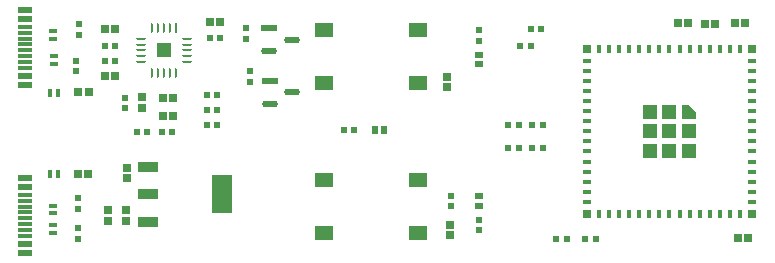
<source format=gtp>
G04*
G04 #@! TF.GenerationSoftware,Altium Limited,Altium Designer,24.9.1 (31)*
G04*
G04 Layer_Color=8421504*
%FSLAX25Y25*%
%MOIN*%
G70*
G04*
G04 #@! TF.SameCoordinates,0C4B9269-15E2-45E3-B218-B4FFBFC8B41E*
G04*
G04*
G04 #@! TF.FilePolarity,Positive*
G04*
G01*
G75*
%ADD17R,0.05105X0.05105*%
%ADD18R,0.04724X0.04724*%
%ADD19R,0.03150X0.01575*%
%ADD20R,0.01575X0.03150*%
%ADD21R,0.03150X0.03150*%
%ADD22R,0.06102X0.05118*%
G04:AMPARAMS|DCode=23|XSize=53.43mil|YSize=22.53mil|CornerRadius=11.26mil|HoleSize=0mil|Usage=FLASHONLY|Rotation=0.000|XOffset=0mil|YOffset=0mil|HoleType=Round|Shape=RoundedRectangle|*
%AMROUNDEDRECTD23*
21,1,0.05343,0.00000,0,0,0.0*
21,1,0.03091,0.02253,0,0,0.0*
1,1,0.02253,0.01545,0.00000*
1,1,0.02253,-0.01545,0.00000*
1,1,0.02253,-0.01545,0.00000*
1,1,0.02253,0.01545,0.00000*
%
%ADD23ROUNDEDRECTD23*%
%ADD24R,0.05343X0.02253*%
%ADD25R,0.04528X0.02362*%
%ADD26R,0.04528X0.01181*%
%ADD27R,0.00955X0.03306*%
G04:AMPARAMS|DCode=28|XSize=33.06mil|YSize=9.55mil|CornerRadius=4.77mil|HoleSize=0mil|Usage=FLASHONLY|Rotation=270.000|XOffset=0mil|YOffset=0mil|HoleType=Round|Shape=RoundedRectangle|*
%AMROUNDEDRECTD28*
21,1,0.03306,0.00000,0,0,270.0*
21,1,0.02351,0.00955,0,0,270.0*
1,1,0.00955,0.00000,-0.01176*
1,1,0.00955,0.00000,0.01176*
1,1,0.00955,0.00000,0.01176*
1,1,0.00955,0.00000,-0.01176*
%
%ADD28ROUNDEDRECTD28*%
G04:AMPARAMS|DCode=29|XSize=9.55mil|YSize=33.06mil|CornerRadius=4.77mil|HoleSize=0mil|Usage=FLASHONLY|Rotation=270.000|XOffset=0mil|YOffset=0mil|HoleType=Round|Shape=RoundedRectangle|*
%AMROUNDEDRECTD29*
21,1,0.00955,0.02351,0,0,270.0*
21,1,0.00000,0.03306,0,0,270.0*
1,1,0.00955,-0.01176,0.00000*
1,1,0.00955,-0.01176,0.00000*
1,1,0.00955,0.01176,0.00000*
1,1,0.00955,0.01176,0.00000*
%
%ADD29ROUNDEDRECTD29*%
%ADD30R,0.02126X0.02362*%
%ADD31R,0.02362X0.02126*%
G04:AMPARAMS|DCode=32|XSize=23.23mil|YSize=24.02mil|CornerRadius=1.74mil|HoleSize=0mil|Usage=FLASHONLY|Rotation=180.000|XOffset=0mil|YOffset=0mil|HoleType=Round|Shape=RoundedRectangle|*
%AMROUNDEDRECTD32*
21,1,0.02323,0.02053,0,0,180.0*
21,1,0.01974,0.02402,0,0,180.0*
1,1,0.00348,-0.00987,0.01027*
1,1,0.00348,0.00987,0.01027*
1,1,0.00348,0.00987,-0.01027*
1,1,0.00348,-0.00987,-0.01027*
%
%ADD32ROUNDEDRECTD32*%
G04:AMPARAMS|DCode=33|XSize=23.23mil|YSize=24.02mil|CornerRadius=1.74mil|HoleSize=0mil|Usage=FLASHONLY|Rotation=90.000|XOffset=0mil|YOffset=0mil|HoleType=Round|Shape=RoundedRectangle|*
%AMROUNDEDRECTD33*
21,1,0.02323,0.02053,0,0,90.0*
21,1,0.01974,0.02402,0,0,90.0*
1,1,0.00348,0.01027,0.00987*
1,1,0.00348,0.01027,-0.00987*
1,1,0.00348,-0.01027,-0.00987*
1,1,0.00348,-0.01027,0.00987*
%
%ADD33ROUNDEDRECTD33*%
G04:AMPARAMS|DCode=34|XSize=25.2mil|YSize=28.35mil|CornerRadius=3.15mil|HoleSize=0mil|Usage=FLASHONLY|Rotation=180.000|XOffset=0mil|YOffset=0mil|HoleType=Round|Shape=RoundedRectangle|*
%AMROUNDEDRECTD34*
21,1,0.02520,0.02205,0,0,180.0*
21,1,0.01890,0.02835,0,0,180.0*
1,1,0.00630,-0.00945,0.01102*
1,1,0.00630,0.00945,0.01102*
1,1,0.00630,0.00945,-0.01102*
1,1,0.00630,-0.00945,-0.01102*
%
%ADD34ROUNDEDRECTD34*%
G04:AMPARAMS|DCode=35|XSize=25.2mil|YSize=28.35mil|CornerRadius=3.15mil|HoleSize=0mil|Usage=FLASHONLY|Rotation=90.000|XOffset=0mil|YOffset=0mil|HoleType=Round|Shape=RoundedRectangle|*
%AMROUNDEDRECTD35*
21,1,0.02520,0.02205,0,0,90.0*
21,1,0.01890,0.02835,0,0,90.0*
1,1,0.00630,0.01102,0.00945*
1,1,0.00630,0.01102,-0.00945*
1,1,0.00630,-0.01102,-0.00945*
1,1,0.00630,-0.01102,0.00945*
%
%ADD35ROUNDEDRECTD35*%
G04:AMPARAMS|DCode=36|XSize=125.98mil|YSize=68.9mil|CornerRadius=2.07mil|HoleSize=0mil|Usage=FLASHONLY|Rotation=90.000|XOffset=0mil|YOffset=0mil|HoleType=Round|Shape=RoundedRectangle|*
%AMROUNDEDRECTD36*
21,1,0.12598,0.06476,0,0,90.0*
21,1,0.12185,0.06890,0,0,90.0*
1,1,0.00413,0.03238,0.06093*
1,1,0.00413,0.03238,-0.06093*
1,1,0.00413,-0.03238,-0.06093*
1,1,0.00413,-0.03238,0.06093*
%
%ADD36ROUNDEDRECTD36*%
G04:AMPARAMS|DCode=37|XSize=35.43mil|YSize=68.9mil|CornerRadius=1.95mil|HoleSize=0mil|Usage=FLASHONLY|Rotation=90.000|XOffset=0mil|YOffset=0mil|HoleType=Round|Shape=RoundedRectangle|*
%AMROUNDEDRECTD37*
21,1,0.03543,0.06500,0,0,90.0*
21,1,0.03154,0.06890,0,0,90.0*
1,1,0.00390,0.03250,0.01577*
1,1,0.00390,0.03250,-0.01577*
1,1,0.00390,-0.03250,-0.01577*
1,1,0.00390,-0.03250,0.01577*
%
%ADD37ROUNDEDRECTD37*%
%ADD38R,0.01378X0.02559*%
%ADD39R,0.02559X0.01378*%
G36*
X243638Y54134D02*
Y58858D01*
X246000D01*
X248362Y56496D01*
Y54134D01*
X243638D01*
D02*
G37*
D17*
X71000Y77000D02*
D03*
D18*
X246000Y50000D02*
D03*
Y43504D02*
D03*
X239504D02*
D03*
X233008D02*
D03*
Y50000D02*
D03*
Y56496D02*
D03*
X239504D02*
D03*
Y50000D02*
D03*
D19*
X267063Y73425D02*
D03*
Y70079D02*
D03*
Y66732D02*
D03*
Y63386D02*
D03*
Y60039D02*
D03*
Y56693D02*
D03*
Y53347D02*
D03*
Y50000D02*
D03*
Y46654D02*
D03*
Y43307D02*
D03*
Y39961D02*
D03*
Y36614D02*
D03*
Y33268D02*
D03*
Y29921D02*
D03*
Y26575D02*
D03*
X211945D02*
D03*
Y29921D02*
D03*
Y33268D02*
D03*
Y36614D02*
D03*
Y39961D02*
D03*
Y43307D02*
D03*
Y46654D02*
D03*
Y50000D02*
D03*
Y53347D02*
D03*
Y56693D02*
D03*
Y60039D02*
D03*
Y63386D02*
D03*
Y66732D02*
D03*
Y70079D02*
D03*
Y73425D02*
D03*
D20*
X262929Y22441D02*
D03*
X259583D02*
D03*
X256236D02*
D03*
X252890D02*
D03*
X249543D02*
D03*
X246197D02*
D03*
X242850D02*
D03*
X239504D02*
D03*
X236157D02*
D03*
X232811D02*
D03*
X229465D02*
D03*
X226118D02*
D03*
X222772D02*
D03*
X219425D02*
D03*
X216079D02*
D03*
Y77559D02*
D03*
X219425D02*
D03*
X222772D02*
D03*
X226118D02*
D03*
X229465D02*
D03*
X232811D02*
D03*
X236157D02*
D03*
X239504D02*
D03*
X242850D02*
D03*
X246197D02*
D03*
X249543D02*
D03*
X252890D02*
D03*
X256236D02*
D03*
X259583D02*
D03*
X262929D02*
D03*
D21*
X211945Y22441D02*
D03*
X267063D02*
D03*
X211945Y77559D02*
D03*
X267063D02*
D03*
D22*
X124350Y83858D02*
D03*
X155650D02*
D03*
X124350Y66142D02*
D03*
X155650D02*
D03*
X124350Y33858D02*
D03*
X155650D02*
D03*
X124350Y16142D02*
D03*
X155650D02*
D03*
D23*
X113742Y63000D02*
D03*
X106258Y59260D02*
D03*
X113642Y80600D02*
D03*
X106158Y76860D02*
D03*
D24*
X106258Y66740D02*
D03*
X106158Y84340D02*
D03*
D25*
X24764Y65394D02*
D03*
Y90591D02*
D03*
Y87441D02*
D03*
Y68543D02*
D03*
Y9409D02*
D03*
Y34606D02*
D03*
Y31457D02*
D03*
Y12559D02*
D03*
D26*
Y71102D02*
D03*
Y73071D02*
D03*
Y75039D02*
D03*
Y77008D02*
D03*
Y78976D02*
D03*
Y80945D02*
D03*
Y82913D02*
D03*
Y84882D02*
D03*
Y15118D02*
D03*
Y17087D02*
D03*
Y19055D02*
D03*
Y21024D02*
D03*
Y22992D02*
D03*
Y24961D02*
D03*
Y26929D02*
D03*
Y28898D02*
D03*
D27*
X74937Y84541D02*
D03*
D28*
X72969D02*
D03*
X71000D02*
D03*
X69032D02*
D03*
X67063D02*
D03*
Y69459D02*
D03*
X69032D02*
D03*
X71000D02*
D03*
X72969D02*
D03*
X74937D02*
D03*
D29*
X63459Y80937D02*
D03*
Y78969D02*
D03*
Y77000D02*
D03*
Y75032D02*
D03*
Y73063D02*
D03*
X78541D02*
D03*
Y75032D02*
D03*
Y77000D02*
D03*
Y78969D02*
D03*
Y80937D02*
D03*
D30*
X62099Y49800D02*
D03*
X65501D02*
D03*
X73801D02*
D03*
X70399D02*
D03*
X89663Y80972D02*
D03*
X86261D02*
D03*
X196701Y84000D02*
D03*
X193299D02*
D03*
X51299Y73500D02*
D03*
X54701D02*
D03*
X51299Y78500D02*
D03*
X54701D02*
D03*
X189799D02*
D03*
X193201D02*
D03*
X211499Y14200D02*
D03*
X214901D02*
D03*
X201799Y14300D02*
D03*
X205201D02*
D03*
X85299Y52000D02*
D03*
X88701D02*
D03*
X85299Y62000D02*
D03*
X88701D02*
D03*
Y57000D02*
D03*
X85299D02*
D03*
X193799Y52000D02*
D03*
X197201D02*
D03*
X193799Y44500D02*
D03*
X197201D02*
D03*
X189201Y52000D02*
D03*
X185799D02*
D03*
X189201Y44500D02*
D03*
X185799D02*
D03*
X134416Y50400D02*
D03*
X131015D02*
D03*
D31*
X166550Y25049D02*
D03*
Y28451D02*
D03*
X58100Y57899D02*
D03*
Y61301D02*
D03*
X176000Y80299D02*
D03*
Y83701D02*
D03*
Y20501D02*
D03*
Y17099D02*
D03*
X41800Y70199D02*
D03*
Y73601D02*
D03*
X42800Y85701D02*
D03*
Y82299D02*
D03*
X99600Y70001D02*
D03*
Y66599D02*
D03*
X42500Y14299D02*
D03*
Y17701D02*
D03*
Y27701D02*
D03*
Y24299D02*
D03*
X98365Y80935D02*
D03*
Y84336D02*
D03*
D32*
X144449Y50400D02*
D03*
X141182D02*
D03*
D33*
X176000Y75634D02*
D03*
Y72366D02*
D03*
Y28434D02*
D03*
Y25166D02*
D03*
D34*
X251280Y85917D02*
D03*
X254745D02*
D03*
X245732Y86000D02*
D03*
X242268D02*
D03*
X70568Y61100D02*
D03*
X74032D02*
D03*
X70568Y55300D02*
D03*
X74032D02*
D03*
X54732Y68500D02*
D03*
X51268D02*
D03*
X86230Y86472D02*
D03*
X89694D02*
D03*
X42500Y63000D02*
D03*
X45965D02*
D03*
X42268Y35700D02*
D03*
X45732D02*
D03*
X261268Y86000D02*
D03*
X264732D02*
D03*
X265832Y14500D02*
D03*
X262368D02*
D03*
X54732Y84000D02*
D03*
X51268D02*
D03*
D35*
X63600Y61332D02*
D03*
Y57868D02*
D03*
X166300Y18832D02*
D03*
Y15368D02*
D03*
X165200Y64668D02*
D03*
Y68132D02*
D03*
X58566Y37900D02*
D03*
Y34435D02*
D03*
X58500Y20268D02*
D03*
Y23732D02*
D03*
X52500Y20268D02*
D03*
Y23732D02*
D03*
D36*
X90303Y29000D02*
D03*
D37*
X65697Y19945D02*
D03*
Y29000D02*
D03*
Y38055D02*
D03*
D38*
X32953Y62900D02*
D03*
X35512D02*
D03*
X33161Y35700D02*
D03*
X35720D02*
D03*
D39*
X34050Y83466D02*
D03*
Y80907D02*
D03*
X34184Y72430D02*
D03*
Y74989D02*
D03*
X34000Y25280D02*
D03*
Y22720D02*
D03*
Y16220D02*
D03*
Y18779D02*
D03*
M02*

</source>
